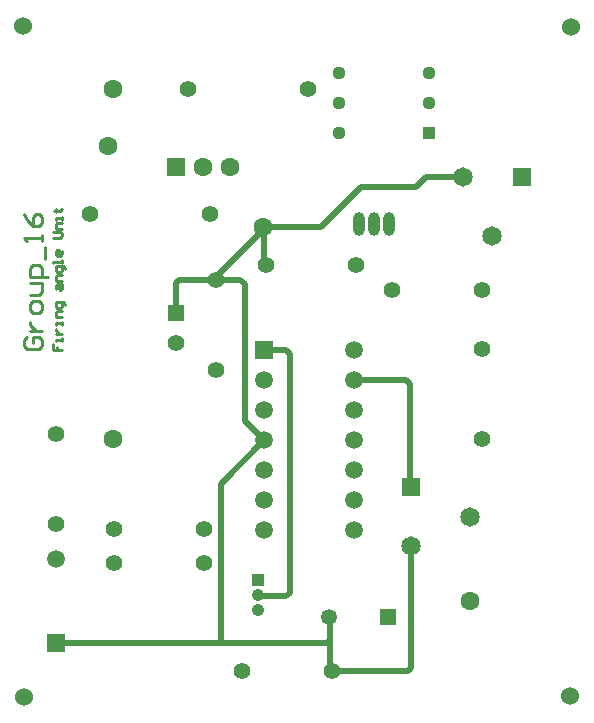
<source format=gtl>
G04*
G04 #@! TF.GenerationSoftware,Altium Limited,Altium Designer,20.2.5 (213)*
G04*
G04 Layer_Physical_Order=1*
G04 Layer_Color=255*
%FSLAX44Y44*%
%MOMM*%
G71*
G04*
G04 #@! TF.SameCoordinates,930A2EF1-4135-481E-B3E8-EEE05B8073E9*
G04*
G04*
G04 #@! TF.FilePolarity,Positive*
G04*
G01*
G75*
%ADD15C,0.2540*%
%ADD37C,0.5080*%
%ADD38R,1.0500X1.0500*%
%ADD39C,1.0500*%
%ADD40C,1.5240*%
%ADD41C,1.1300*%
%ADD42R,1.1300X1.1300*%
%ADD43R,1.6500X1.6500*%
%ADD44C,1.6500*%
%ADD45R,1.6500X1.6500*%
%ADD46C,1.4000*%
%ADD47C,1.5000*%
%ADD48R,1.5000X1.5000*%
%ADD49C,1.6000*%
%ADD50R,1.3500X1.3500*%
%ADD51C,1.3500*%
%ADD52R,1.6000X1.6000*%
%ADD53C,1.6000*%
%ADD54O,1.0000X2.0000*%
%ADD55O,1.0000X2.0000*%
%ADD56R,1.4000X1.4000*%
%ADD57R,1.5000X1.5000*%
D15*
X27946Y327657D02*
X25407Y325117D01*
Y320039D01*
X27946Y317500D01*
X38103D01*
X40642Y320039D01*
Y325117D01*
X38103Y327657D01*
X33024D01*
Y322578D01*
X30485Y332735D02*
X40642D01*
X35563D01*
X33024Y335274D01*
X30485Y337813D01*
Y340353D01*
X40642Y350509D02*
Y355588D01*
X38103Y358127D01*
X33024D01*
X30485Y355588D01*
Y350509D01*
X33024Y347970D01*
X38103D01*
X40642Y350509D01*
X30485Y363205D02*
X38103D01*
X40642Y365744D01*
Y373362D01*
X30485D01*
X45720Y378440D02*
X30485D01*
Y386058D01*
X33024Y388597D01*
X38103D01*
X40642Y386058D01*
Y378440D01*
X43181Y393675D02*
Y403832D01*
X40642Y408910D02*
Y413989D01*
Y411450D01*
X25407D01*
X27946Y408910D01*
X25407Y431763D02*
X27946Y426685D01*
X33024Y421606D01*
X38103D01*
X40642Y424146D01*
Y429224D01*
X38103Y431763D01*
X35563D01*
X33024Y429224D01*
Y421606D01*
X49533Y321328D02*
Y316249D01*
X53342D01*
Y318789D01*
Y316249D01*
X57151D01*
Y323867D02*
Y326406D01*
Y325136D01*
X52073D01*
Y323867D01*
Y330215D02*
X57151D01*
X54612D01*
X53342Y331484D01*
X52073Y332754D01*
Y334024D01*
X57151Y337832D02*
Y340372D01*
Y339102D01*
X52073D01*
Y337832D01*
X57151Y344180D02*
X52073D01*
Y347989D01*
X53342Y349259D01*
X57151D01*
X59690Y354337D02*
Y355607D01*
X58420Y356876D01*
X52073D01*
Y353067D01*
X53342Y351798D01*
X55881D01*
X57151Y353067D01*
Y356876D01*
X52073Y368302D02*
Y370842D01*
X53342Y372111D01*
X57151D01*
Y368302D01*
X55881Y367033D01*
X54612Y368302D01*
Y372111D01*
X57151Y374650D02*
X52073D01*
Y378459D01*
X53342Y379729D01*
X57151D01*
X59690Y384807D02*
Y386077D01*
X58420Y387346D01*
X52073D01*
Y383537D01*
X53342Y382268D01*
X55881D01*
X57151Y383537D01*
Y387346D01*
Y389885D02*
Y392425D01*
Y391155D01*
X49533D01*
Y389885D01*
X57151Y400042D02*
Y397503D01*
X55881Y396233D01*
X53342D01*
X52073Y397503D01*
Y400042D01*
X53342Y401312D01*
X54612D01*
Y396233D01*
X49533Y411469D02*
X55881D01*
X57151Y412738D01*
Y415277D01*
X55881Y416547D01*
X49533D01*
X57151Y419086D02*
X52073D01*
Y422895D01*
X53342Y424164D01*
X57151D01*
Y426704D02*
Y429243D01*
Y427973D01*
X52073D01*
Y426704D01*
X50803Y434321D02*
X52073D01*
Y433051D01*
Y435591D01*
Y434321D01*
X55881D01*
X57151Y435591D01*
D37*
X365360Y463150D02*
X396640D01*
X356870Y454660D02*
X365360Y463150D01*
X310723Y454660D02*
X356870D01*
X276432Y420370D02*
X310723Y454660D01*
X227330Y420370D02*
X276432D01*
X396640Y460227D02*
Y463150D01*
X353060Y47426D02*
Y149790D01*
X285750Y44450D02*
X350084D01*
X353060Y47426D01*
X352590Y150260D02*
X353060Y149790D01*
X304800Y290830D02*
X348814D01*
X351790Y201060D02*
X352590Y200260D01*
X351790Y201060D02*
Y287854D01*
X348814Y290830D02*
X351790Y287854D01*
X250190Y110926D02*
Y313254D01*
X223520Y109220D02*
X224445Y108295D01*
X236390D01*
X236735Y107950D01*
X247214D01*
X250190Y110926D01*
X228600Y316230D02*
X247214D01*
X250190Y313254D01*
X283610Y90170D02*
X284680Y89100D01*
Y45520D02*
Y89100D01*
Y45520D02*
X285750Y44450D01*
X191770Y68640D02*
X281504D01*
X284480Y71616D01*
X227330Y420370D02*
X228600Y419100D01*
Y389890D02*
Y419100D01*
Y389890D02*
X229870Y388620D01*
X187960Y375920D02*
Y378334D01*
X227330Y417704D01*
Y420370D01*
X153670Y347980D02*
Y372944D01*
X156646Y375920D02*
X187960D01*
X153670Y372944D02*
X156646Y375920D01*
X212090Y256540D02*
X228600Y240030D01*
X212090Y256540D02*
Y372110D01*
X208280Y375920D02*
X212090Y372110D01*
X187960Y375920D02*
X208280D01*
X52070Y68640D02*
X191770D01*
Y203200D02*
X228600Y240030D01*
X191770Y68640D02*
Y203200D01*
X283610Y90170D02*
X283610Y90170D01*
D38*
X223520Y121920D02*
D03*
D39*
Y109220D02*
D03*
Y96520D02*
D03*
D40*
X25400Y22860D02*
D03*
X487350Y23597D02*
D03*
X487956Y590318D02*
D03*
X24460Y590951D02*
D03*
D41*
X292100Y500380D02*
D03*
Y525780D02*
D03*
Y551180D02*
D03*
X368300D02*
D03*
Y525780D02*
D03*
D42*
Y500380D02*
D03*
D43*
X352590Y200260D02*
D03*
D44*
X402590Y175260D02*
D03*
X352590Y150260D02*
D03*
X421640Y413150D02*
D03*
X396640Y463150D02*
D03*
D45*
X446640D02*
D03*
D46*
X306070Y388620D02*
D03*
X229870D02*
D03*
X209550Y44450D02*
D03*
X285750D02*
D03*
X163830Y537210D02*
D03*
X265430D02*
D03*
X81280Y431800D02*
D03*
X182880D02*
D03*
X336550Y367030D02*
D03*
X412750D02*
D03*
Y317500D02*
D03*
Y241300D02*
D03*
X177800Y165100D02*
D03*
X101600D02*
D03*
X177800Y135890D02*
D03*
X101600D02*
D03*
X52070Y168910D02*
D03*
Y245110D02*
D03*
X187960Y375920D02*
D03*
Y299720D02*
D03*
X153670Y322580D02*
D03*
D47*
X304800Y163830D02*
D03*
Y189230D02*
D03*
Y214630D02*
D03*
Y240030D02*
D03*
Y265430D02*
D03*
Y290830D02*
D03*
Y316230D02*
D03*
X228600Y163830D02*
D03*
Y189230D02*
D03*
Y214630D02*
D03*
Y240030D02*
D03*
Y265430D02*
D03*
Y290830D02*
D03*
X52070Y139640D02*
D03*
D48*
X228600Y316230D02*
D03*
D49*
X100330Y241300D02*
D03*
X227330Y420370D02*
D03*
X100330Y537210D02*
D03*
X96520Y488950D02*
D03*
X402590Y104140D02*
D03*
D50*
X333610Y90170D02*
D03*
D51*
X283610Y90170D02*
D03*
D52*
X153790Y471170D02*
D03*
D53*
X176590D02*
D03*
X199390D02*
D03*
D54*
X308610Y422910D02*
D03*
X334010D02*
D03*
D55*
X321310D02*
D03*
D56*
X153670Y347980D02*
D03*
D57*
X52070Y68640D02*
D03*
M02*

</source>
